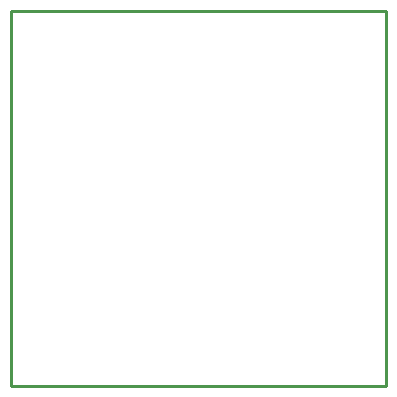
<source format=gbr>
G04 EAGLE Gerber RS-274X export*
G75*
%MOMM*%
%FSLAX34Y34*%
%LPD*%
%IN*%
%IPPOS*%
%AMOC8*
5,1,8,0,0,1.08239X$1,22.5*%
G01*
%ADD10C,0.254000*%


D10*
X0Y0D02*
X317500Y0D01*
X317500Y317500D01*
X0Y317500D01*
X0Y0D01*
M02*

</source>
